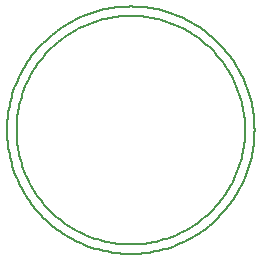
<source format=gbr>
G04 EAGLE Gerber RS-274X export*
G75*
%MOMM*%
%FSLAX34Y34*%
%LPD*%
%INSilkscreen Bottom*%
%IPPOS*%
%AMOC8*
5,1,8,0,0,1.08239X$1,22.5*%
G01*
%ADD10C,0.152400*%


D10*
X-15827Y114300D02*
X-15795Y116870D01*
X-15701Y119439D01*
X-15543Y122004D01*
X-15323Y124565D01*
X-15039Y127120D01*
X-14693Y129667D01*
X-14285Y132204D01*
X-13815Y134731D01*
X-13282Y137246D01*
X-12688Y139747D01*
X-12033Y142232D01*
X-11317Y144701D01*
X-10541Y147151D01*
X-9705Y149581D01*
X-8810Y151991D01*
X-7855Y154377D01*
X-6842Y156740D01*
X-5772Y159077D01*
X-4645Y161386D01*
X-3461Y163668D01*
X-2222Y165920D01*
X-927Y168140D01*
X421Y170329D01*
X1823Y172483D01*
X3277Y174603D01*
X4782Y176686D01*
X6339Y178731D01*
X7945Y180738D01*
X9600Y182705D01*
X11302Y184630D01*
X13052Y186514D01*
X14847Y188353D01*
X16686Y190148D01*
X18570Y191898D01*
X20495Y193600D01*
X22462Y195255D01*
X24469Y196861D01*
X26514Y198418D01*
X28597Y199923D01*
X30717Y201377D01*
X32871Y202779D01*
X35060Y204127D01*
X37280Y205422D01*
X39532Y206661D01*
X41814Y207845D01*
X44123Y208972D01*
X46460Y210042D01*
X48823Y211055D01*
X51209Y212010D01*
X53619Y212905D01*
X56049Y213741D01*
X58499Y214517D01*
X60968Y215233D01*
X63453Y215888D01*
X65954Y216482D01*
X68469Y217015D01*
X70996Y217485D01*
X73533Y217893D01*
X76080Y218239D01*
X78635Y218523D01*
X81196Y218743D01*
X83761Y218901D01*
X86330Y218995D01*
X88900Y219027D01*
X91470Y218995D01*
X94039Y218901D01*
X96604Y218743D01*
X99165Y218523D01*
X101720Y218239D01*
X104267Y217893D01*
X106804Y217485D01*
X109331Y217015D01*
X111846Y216482D01*
X114347Y215888D01*
X116832Y215233D01*
X119301Y214517D01*
X121751Y213741D01*
X124181Y212905D01*
X126591Y212010D01*
X128977Y211055D01*
X131340Y210042D01*
X133677Y208972D01*
X135986Y207845D01*
X138268Y206661D01*
X140520Y205422D01*
X142740Y204127D01*
X144929Y202779D01*
X147083Y201377D01*
X149203Y199923D01*
X151286Y198418D01*
X153331Y196861D01*
X155338Y195255D01*
X157305Y193600D01*
X159230Y191898D01*
X161114Y190148D01*
X162953Y188353D01*
X164748Y186514D01*
X166498Y184630D01*
X168200Y182705D01*
X169855Y180738D01*
X171461Y178731D01*
X173018Y176686D01*
X174523Y174603D01*
X175977Y172483D01*
X177379Y170329D01*
X178727Y168140D01*
X180022Y165920D01*
X181261Y163668D01*
X182445Y161386D01*
X183572Y159077D01*
X184642Y156740D01*
X185655Y154377D01*
X186610Y151991D01*
X187505Y149581D01*
X188341Y147151D01*
X189117Y144701D01*
X189833Y142232D01*
X190488Y139747D01*
X191082Y137246D01*
X191615Y134731D01*
X192085Y132204D01*
X192493Y129667D01*
X192839Y127120D01*
X193123Y124565D01*
X193343Y122004D01*
X193501Y119439D01*
X193595Y116870D01*
X193627Y114300D01*
X193595Y111730D01*
X193501Y109161D01*
X193343Y106596D01*
X193123Y104035D01*
X192839Y101480D01*
X192493Y98933D01*
X192085Y96396D01*
X191615Y93869D01*
X191082Y91354D01*
X190488Y88853D01*
X189833Y86368D01*
X189117Y83899D01*
X188341Y81449D01*
X187505Y79019D01*
X186610Y76609D01*
X185655Y74223D01*
X184642Y71860D01*
X183572Y69523D01*
X182445Y67214D01*
X181261Y64932D01*
X180022Y62680D01*
X178727Y60460D01*
X177379Y58271D01*
X175977Y56117D01*
X174523Y53997D01*
X173018Y51914D01*
X171461Y49869D01*
X169855Y47862D01*
X168200Y45895D01*
X166498Y43970D01*
X164748Y42086D01*
X162953Y40247D01*
X161114Y38452D01*
X159230Y36702D01*
X157305Y35000D01*
X155338Y33345D01*
X153331Y31739D01*
X151286Y30182D01*
X149203Y28677D01*
X147083Y27223D01*
X144929Y25821D01*
X142740Y24473D01*
X140520Y23178D01*
X138268Y21939D01*
X135986Y20755D01*
X133677Y19628D01*
X131340Y18558D01*
X128977Y17545D01*
X126591Y16590D01*
X124181Y15695D01*
X121751Y14859D01*
X119301Y14083D01*
X116832Y13367D01*
X114347Y12712D01*
X111846Y12118D01*
X109331Y11585D01*
X106804Y11115D01*
X104267Y10707D01*
X101720Y10361D01*
X99165Y10077D01*
X96604Y9857D01*
X94039Y9699D01*
X91470Y9605D01*
X88900Y9573D01*
X86330Y9605D01*
X83761Y9699D01*
X81196Y9857D01*
X78635Y10077D01*
X76080Y10361D01*
X73533Y10707D01*
X70996Y11115D01*
X68469Y11585D01*
X65954Y12118D01*
X63453Y12712D01*
X60968Y13367D01*
X58499Y14083D01*
X56049Y14859D01*
X53619Y15695D01*
X51209Y16590D01*
X48823Y17545D01*
X46460Y18558D01*
X44123Y19628D01*
X41814Y20755D01*
X39532Y21939D01*
X37280Y23178D01*
X35060Y24473D01*
X32871Y25821D01*
X30717Y27223D01*
X28597Y28677D01*
X26514Y30182D01*
X24469Y31739D01*
X22462Y33345D01*
X20495Y35000D01*
X18570Y36702D01*
X16686Y38452D01*
X14847Y40247D01*
X13052Y42086D01*
X11302Y43970D01*
X9600Y45895D01*
X7945Y47862D01*
X6339Y49869D01*
X4782Y51914D01*
X3277Y53997D01*
X1823Y56117D01*
X421Y58271D01*
X-927Y60460D01*
X-2222Y62680D01*
X-3461Y64932D01*
X-4645Y67214D01*
X-5772Y69523D01*
X-6842Y71860D01*
X-7855Y74223D01*
X-8810Y76609D01*
X-9705Y79019D01*
X-10541Y81449D01*
X-11317Y83899D01*
X-12033Y86368D01*
X-12688Y88853D01*
X-13282Y91354D01*
X-13815Y93869D01*
X-14285Y96396D01*
X-14693Y98933D01*
X-15039Y101480D01*
X-15323Y104035D01*
X-15543Y106596D01*
X-15701Y109161D01*
X-15795Y111730D01*
X-15827Y114300D01*
X-7820Y114300D02*
X-7791Y116674D01*
X-7703Y119046D01*
X-7558Y121415D01*
X-7354Y123780D01*
X-7093Y126140D01*
X-6773Y128492D01*
X-6396Y130835D01*
X-5962Y133169D01*
X-5470Y135491D01*
X-4921Y137801D01*
X-4316Y140096D01*
X-3655Y142376D01*
X-2938Y144639D01*
X-2166Y146884D01*
X-1339Y149109D01*
X-458Y151313D01*
X478Y153495D01*
X1466Y155653D01*
X2507Y157786D01*
X3601Y159893D01*
X4745Y161973D01*
X5940Y164024D01*
X7186Y166045D01*
X8480Y168035D01*
X9823Y169992D01*
X11214Y171916D01*
X12651Y173805D01*
X14134Y175659D01*
X15663Y177475D01*
X17235Y179253D01*
X18851Y180992D01*
X20509Y182691D01*
X22208Y184349D01*
X23947Y185965D01*
X25725Y187537D01*
X27541Y189066D01*
X29395Y190549D01*
X31284Y191986D01*
X33208Y193377D01*
X35165Y194720D01*
X37155Y196014D01*
X39176Y197260D01*
X41227Y198455D01*
X43307Y199599D01*
X45414Y200693D01*
X47547Y201734D01*
X49705Y202722D01*
X51887Y203658D01*
X54091Y204539D01*
X56316Y205366D01*
X58561Y206138D01*
X60824Y206855D01*
X63104Y207516D01*
X65399Y208121D01*
X67709Y208670D01*
X70031Y209162D01*
X72365Y209596D01*
X74708Y209973D01*
X77060Y210293D01*
X79420Y210554D01*
X81785Y210758D01*
X84154Y210903D01*
X86526Y210991D01*
X88900Y211020D01*
X91274Y210991D01*
X93646Y210903D01*
X96015Y210758D01*
X98380Y210554D01*
X100740Y210293D01*
X103092Y209973D01*
X105435Y209596D01*
X107769Y209162D01*
X110091Y208670D01*
X112401Y208121D01*
X114696Y207516D01*
X116976Y206855D01*
X119239Y206138D01*
X121484Y205366D01*
X123709Y204539D01*
X125913Y203658D01*
X128095Y202722D01*
X130253Y201734D01*
X132386Y200693D01*
X134493Y199599D01*
X136573Y198455D01*
X138624Y197260D01*
X140645Y196014D01*
X142635Y194720D01*
X144592Y193377D01*
X146516Y191986D01*
X148405Y190549D01*
X150259Y189066D01*
X152075Y187537D01*
X153853Y185965D01*
X155592Y184349D01*
X157291Y182691D01*
X158949Y180992D01*
X160565Y179253D01*
X162137Y177475D01*
X163666Y175659D01*
X165149Y173805D01*
X166586Y171916D01*
X167977Y169992D01*
X169320Y168035D01*
X170614Y166045D01*
X171860Y164024D01*
X173055Y161973D01*
X174199Y159893D01*
X175293Y157786D01*
X176334Y155653D01*
X177322Y153495D01*
X178258Y151313D01*
X179139Y149109D01*
X179966Y146884D01*
X180738Y144639D01*
X181455Y142376D01*
X182116Y140096D01*
X182721Y137801D01*
X183270Y135491D01*
X183762Y133169D01*
X184196Y130835D01*
X184573Y128492D01*
X184893Y126140D01*
X185154Y123780D01*
X185358Y121415D01*
X185503Y119046D01*
X185591Y116674D01*
X185620Y114300D01*
X185591Y111926D01*
X185503Y109554D01*
X185358Y107185D01*
X185154Y104820D01*
X184893Y102460D01*
X184573Y100108D01*
X184196Y97765D01*
X183762Y95431D01*
X183270Y93109D01*
X182721Y90799D01*
X182116Y88504D01*
X181455Y86224D01*
X180738Y83961D01*
X179966Y81716D01*
X179139Y79491D01*
X178258Y77287D01*
X177322Y75105D01*
X176334Y72947D01*
X175293Y70814D01*
X174199Y68707D01*
X173055Y66627D01*
X171860Y64576D01*
X170614Y62555D01*
X169320Y60565D01*
X167977Y58608D01*
X166586Y56684D01*
X165149Y54795D01*
X163666Y52941D01*
X162137Y51125D01*
X160565Y49347D01*
X158949Y47608D01*
X157291Y45909D01*
X155592Y44251D01*
X153853Y42635D01*
X152075Y41063D01*
X150259Y39534D01*
X148405Y38051D01*
X146516Y36614D01*
X144592Y35223D01*
X142635Y33880D01*
X140645Y32586D01*
X138624Y31340D01*
X136573Y30145D01*
X134493Y29001D01*
X132386Y27907D01*
X130253Y26866D01*
X128095Y25878D01*
X125913Y24942D01*
X123709Y24061D01*
X121484Y23234D01*
X119239Y22462D01*
X116976Y21745D01*
X114696Y21084D01*
X112401Y20479D01*
X110091Y19930D01*
X107769Y19438D01*
X105435Y19004D01*
X103092Y18627D01*
X100740Y18307D01*
X98380Y18046D01*
X96015Y17842D01*
X93646Y17697D01*
X91274Y17609D01*
X88900Y17580D01*
X86526Y17609D01*
X84154Y17697D01*
X81785Y17842D01*
X79420Y18046D01*
X77060Y18307D01*
X74708Y18627D01*
X72365Y19004D01*
X70031Y19438D01*
X67709Y19930D01*
X65399Y20479D01*
X63104Y21084D01*
X60824Y21745D01*
X58561Y22462D01*
X56316Y23234D01*
X54091Y24061D01*
X51887Y24942D01*
X49705Y25878D01*
X47547Y26866D01*
X45414Y27907D01*
X43307Y29001D01*
X41227Y30145D01*
X39176Y31340D01*
X37155Y32586D01*
X35165Y33880D01*
X33208Y35223D01*
X31284Y36614D01*
X29395Y38051D01*
X27541Y39534D01*
X25725Y41063D01*
X23947Y42635D01*
X22208Y44251D01*
X20509Y45909D01*
X18851Y47608D01*
X17235Y49347D01*
X15663Y51125D01*
X14134Y52941D01*
X12651Y54795D01*
X11214Y56684D01*
X9823Y58608D01*
X8480Y60565D01*
X7186Y62555D01*
X5940Y64576D01*
X4745Y66627D01*
X3601Y68707D01*
X2507Y70814D01*
X1466Y72947D01*
X478Y75105D01*
X-458Y77287D01*
X-1339Y79491D01*
X-2166Y81716D01*
X-2938Y83961D01*
X-3655Y86224D01*
X-4316Y88504D01*
X-4921Y90799D01*
X-5470Y93109D01*
X-5962Y95431D01*
X-6396Y97765D01*
X-6773Y100108D01*
X-7093Y102460D01*
X-7354Y104820D01*
X-7558Y107185D01*
X-7703Y109554D01*
X-7791Y111926D01*
X-7820Y114300D01*
M02*

</source>
